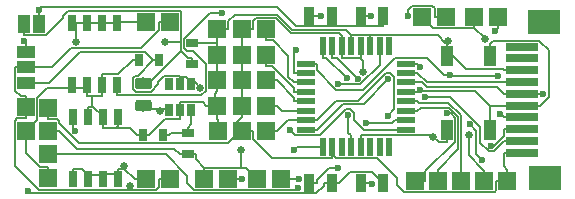
<source format=gbr>
%TF.GenerationSoftware,KiCad,Pcbnew,5.0.0*%
%TF.CreationDate,2018-09-25T19:59:15+02:00*%
%TF.ProjectId,mps_V05,6D70735F5630352E6B696361645F7063,rev?*%
%TF.SameCoordinates,Original*%
%TF.FileFunction,Copper,L1,Top,Signal*%
%TF.FilePolarity,Positive*%
%FSLAX46Y46*%
G04 Gerber Fmt 4.6, Leading zero omitted, Abs format (unit mm)*
G04 Created by KiCad (PCBNEW 5.0.0) date Tue Sep 25 19:59:15 2018*
%MOMM*%
%LPD*%
G01*
G04 APERTURE LIST*
%ADD10R,1.500000X1.000000*%
%ADD11R,2.700000X0.700000*%
%ADD12R,2.800000X2.100000*%
%ADD13R,1.000000X0.670000*%
%ADD14R,0.670000X1.000000*%
%ADD15R,0.970000X1.500000*%
%ADD16R,1.000000X1.500000*%
%ADD17R,0.800000X1.450000*%
%ADD18R,1.100000X1.800000*%
%ADD19R,0.550000X1.600000*%
%ADD20R,1.600000X0.550000*%
%ADD21R,1.524000X1.524000*%
%ADD22C,0.100000*%
%ADD23C,0.975000*%
%ADD24R,0.650000X1.060000*%
%ADD25C,0.650000*%
%ADD26C,0.600000*%
%ADD27C,0.150000*%
%ADD28C,0.170000*%
%ADD29C,0.130000*%
G04 APERTURE END LIST*
D10*
X124511000Y-131805000D03*
X124511000Y-130505000D03*
X124511000Y-129205000D03*
D11*
X166472000Y-137738000D03*
X166472000Y-136738000D03*
X166472000Y-135738000D03*
X166472000Y-134738000D03*
X166472000Y-133738000D03*
X166472000Y-132738000D03*
X166472000Y-131738000D03*
X166472000Y-130738000D03*
X166472000Y-129738000D03*
X166472000Y-128738000D03*
D12*
X168372000Y-139838000D03*
X168362000Y-126648000D03*
D13*
X138532000Y-128462000D03*
X138532000Y-130212000D03*
D14*
X135749000Y-129896000D03*
X133999000Y-129896000D03*
D15*
X152791000Y-126111000D03*
X154701000Y-126111000D03*
X152791000Y-140259000D03*
X154701000Y-140259000D03*
X148448000Y-140259000D03*
X150358000Y-140259000D03*
X148448000Y-126111000D03*
X150358000Y-126111000D03*
D16*
X124293000Y-126797000D03*
X125593000Y-126797000D03*
D13*
X138176000Y-136093000D03*
X138176000Y-137843000D03*
D14*
X134355000Y-136195000D03*
X136105000Y-136195000D03*
D17*
X128422000Y-139972000D03*
X129692000Y-139972000D03*
X130962000Y-139972000D03*
X132232000Y-139972000D03*
X128422000Y-134722000D03*
X129692000Y-134722000D03*
X130962000Y-134722000D03*
X132232000Y-134722000D03*
X132207000Y-126737000D03*
X130937000Y-126737000D03*
X129667000Y-126737000D03*
X128397000Y-126737000D03*
X132207000Y-131987000D03*
X130937000Y-131987000D03*
X129667000Y-131987000D03*
X128397000Y-131987000D03*
D18*
X163775000Y-129564000D03*
X163775000Y-135764000D03*
X160075000Y-129564000D03*
X160075000Y-135764000D03*
D19*
X155200000Y-128719000D03*
X154400000Y-128719000D03*
X153600000Y-128719000D03*
X152800000Y-128719000D03*
X152000000Y-128719000D03*
X151200000Y-128719000D03*
X150400000Y-128719000D03*
X149600000Y-128719000D03*
D20*
X148150000Y-130169000D03*
X148150000Y-130969000D03*
X148150000Y-131769000D03*
X148150000Y-132569000D03*
X148150000Y-133369000D03*
X148150000Y-134169000D03*
X148150000Y-134969000D03*
X148150000Y-135769000D03*
D19*
X149600000Y-137219000D03*
X150400000Y-137219000D03*
X151200000Y-137219000D03*
X152000000Y-137219000D03*
X152800000Y-137219000D03*
X153600000Y-137219000D03*
X154400000Y-137219000D03*
X155200000Y-137219000D03*
D20*
X156650000Y-135769000D03*
X156650000Y-134969000D03*
X156650000Y-134169000D03*
X156650000Y-133369000D03*
X156650000Y-132569000D03*
X156650000Y-131769000D03*
X156650000Y-130969000D03*
X156650000Y-130169000D03*
D21*
X124460000Y-133858000D03*
X124460000Y-135890000D03*
X160020000Y-126205000D03*
X157988000Y-126205000D03*
X144018000Y-139954000D03*
X146050000Y-139954000D03*
X157365000Y-140081000D03*
X159315000Y-140081000D03*
X161290000Y-140081000D03*
X165215000Y-140081000D03*
X163265000Y-140081000D03*
X141605000Y-139954000D03*
X139573000Y-139954000D03*
X162433000Y-126205000D03*
X164465000Y-126205000D03*
X144773000Y-127254000D03*
X140673000Y-127254000D03*
X142748000Y-127254000D03*
X144780000Y-129413000D03*
X140680000Y-129413000D03*
X142755000Y-129413000D03*
X142748000Y-131572000D03*
X140673000Y-131572000D03*
X144773000Y-131572000D03*
X144773000Y-133731000D03*
X140673000Y-133731000D03*
X142748000Y-133731000D03*
X142791000Y-135890000D03*
X140716000Y-135890000D03*
X144816000Y-135890000D03*
X126365000Y-139865000D03*
X126365000Y-137865000D03*
X126365000Y-133915000D03*
X126365000Y-135890000D03*
X134620000Y-139954000D03*
X136652000Y-139954000D03*
X134620000Y-126619000D03*
X136652000Y-126619000D03*
D22*
G36*
X134897142Y-131367174D02*
X134920803Y-131370684D01*
X134944007Y-131376496D01*
X134966529Y-131384554D01*
X134988153Y-131394782D01*
X135008670Y-131407079D01*
X135027883Y-131421329D01*
X135045607Y-131437393D01*
X135061671Y-131455117D01*
X135075921Y-131474330D01*
X135088218Y-131494847D01*
X135098446Y-131516471D01*
X135106504Y-131538993D01*
X135112316Y-131562197D01*
X135115826Y-131585858D01*
X135117000Y-131609750D01*
X135117000Y-132097250D01*
X135115826Y-132121142D01*
X135112316Y-132144803D01*
X135106504Y-132168007D01*
X135098446Y-132190529D01*
X135088218Y-132212153D01*
X135075921Y-132232670D01*
X135061671Y-132251883D01*
X135045607Y-132269607D01*
X135027883Y-132285671D01*
X135008670Y-132299921D01*
X134988153Y-132312218D01*
X134966529Y-132322446D01*
X134944007Y-132330504D01*
X134920803Y-132336316D01*
X134897142Y-132339826D01*
X134873250Y-132341000D01*
X133960750Y-132341000D01*
X133936858Y-132339826D01*
X133913197Y-132336316D01*
X133889993Y-132330504D01*
X133867471Y-132322446D01*
X133845847Y-132312218D01*
X133825330Y-132299921D01*
X133806117Y-132285671D01*
X133788393Y-132269607D01*
X133772329Y-132251883D01*
X133758079Y-132232670D01*
X133745782Y-132212153D01*
X133735554Y-132190529D01*
X133727496Y-132168007D01*
X133721684Y-132144803D01*
X133718174Y-132121142D01*
X133717000Y-132097250D01*
X133717000Y-131609750D01*
X133718174Y-131585858D01*
X133721684Y-131562197D01*
X133727496Y-131538993D01*
X133735554Y-131516471D01*
X133745782Y-131494847D01*
X133758079Y-131474330D01*
X133772329Y-131455117D01*
X133788393Y-131437393D01*
X133806117Y-131421329D01*
X133825330Y-131407079D01*
X133845847Y-131394782D01*
X133867471Y-131384554D01*
X133889993Y-131376496D01*
X133913197Y-131370684D01*
X133936858Y-131367174D01*
X133960750Y-131366000D01*
X134873250Y-131366000D01*
X134897142Y-131367174D01*
X134897142Y-131367174D01*
G37*
D23*
X134417000Y-131853500D03*
D22*
G36*
X134897142Y-133242174D02*
X134920803Y-133245684D01*
X134944007Y-133251496D01*
X134966529Y-133259554D01*
X134988153Y-133269782D01*
X135008670Y-133282079D01*
X135027883Y-133296329D01*
X135045607Y-133312393D01*
X135061671Y-133330117D01*
X135075921Y-133349330D01*
X135088218Y-133369847D01*
X135098446Y-133391471D01*
X135106504Y-133413993D01*
X135112316Y-133437197D01*
X135115826Y-133460858D01*
X135117000Y-133484750D01*
X135117000Y-133972250D01*
X135115826Y-133996142D01*
X135112316Y-134019803D01*
X135106504Y-134043007D01*
X135098446Y-134065529D01*
X135088218Y-134087153D01*
X135075921Y-134107670D01*
X135061671Y-134126883D01*
X135045607Y-134144607D01*
X135027883Y-134160671D01*
X135008670Y-134174921D01*
X134988153Y-134187218D01*
X134966529Y-134197446D01*
X134944007Y-134205504D01*
X134920803Y-134211316D01*
X134897142Y-134214826D01*
X134873250Y-134216000D01*
X133960750Y-134216000D01*
X133936858Y-134214826D01*
X133913197Y-134211316D01*
X133889993Y-134205504D01*
X133867471Y-134197446D01*
X133845847Y-134187218D01*
X133825330Y-134174921D01*
X133806117Y-134160671D01*
X133788393Y-134144607D01*
X133772329Y-134126883D01*
X133758079Y-134107670D01*
X133745782Y-134087153D01*
X133735554Y-134065529D01*
X133727496Y-134043007D01*
X133721684Y-134019803D01*
X133718174Y-133996142D01*
X133717000Y-133972250D01*
X133717000Y-133484750D01*
X133718174Y-133460858D01*
X133721684Y-133437197D01*
X133727496Y-133413993D01*
X133735554Y-133391471D01*
X133745782Y-133369847D01*
X133758079Y-133349330D01*
X133772329Y-133330117D01*
X133788393Y-133312393D01*
X133806117Y-133296329D01*
X133825330Y-133282079D01*
X133845847Y-133269782D01*
X133867471Y-133259554D01*
X133889993Y-133251496D01*
X133913197Y-133245684D01*
X133936858Y-133242174D01*
X133960750Y-133241000D01*
X134873250Y-133241000D01*
X134897142Y-133242174D01*
X134897142Y-133242174D01*
G37*
D23*
X134417000Y-133728500D03*
D24*
X136566000Y-134145000D03*
X137516000Y-134145000D03*
X138466000Y-134145000D03*
X138466000Y-131945000D03*
X136566000Y-131945000D03*
X137516000Y-131945000D03*
D25*
X160156800Y-128226000D03*
X158955500Y-136395000D03*
X161981400Y-136242400D03*
X139220900Y-132233300D03*
X153017000Y-130852000D03*
X136238900Y-128355000D03*
X142642700Y-137515700D03*
X163330400Y-128127800D03*
X132776000Y-138813100D03*
X128672700Y-128350000D03*
X135792600Y-134169900D03*
D26*
X153691800Y-126111000D03*
X153765700Y-140377500D03*
X150905000Y-138983400D03*
X158212300Y-133040400D03*
X155154300Y-131491200D03*
X163821500Y-137118400D03*
X147161200Y-137509800D03*
X164587600Y-134454400D03*
X155078600Y-134592000D03*
X157850400Y-132410100D03*
X168226300Y-132738000D03*
X147492900Y-140706700D03*
X156822200Y-126140900D03*
X147547500Y-139954000D03*
X157850500Y-130482000D03*
X160125200Y-134392000D03*
X142769200Y-139954000D03*
X164188600Y-127376800D03*
X163061600Y-138356900D03*
X162036600Y-135326400D03*
X141093100Y-125875700D03*
X147338600Y-129050900D03*
D25*
X133261800Y-140574200D03*
D26*
X124337400Y-128303100D03*
X151771200Y-134514700D03*
X152543000Y-131439300D03*
X151626700Y-131429000D03*
X124640100Y-140929100D03*
X125547400Y-125642300D03*
X149449800Y-126111000D03*
X150924200Y-131905700D03*
X146853600Y-135787700D03*
X128631400Y-135849900D03*
X164397200Y-131189800D03*
X160357500Y-131121200D03*
X153235600Y-135209000D03*
D27*
X140673000Y-128462000D02*
X140673000Y-128191300D01*
X140680000Y-129413000D02*
X140680000Y-128469000D01*
X140680000Y-128469000D02*
X140673000Y-128462000D01*
X140673000Y-128462000D02*
X139207300Y-128462000D01*
X138532000Y-128462000D02*
X139207300Y-128462000D01*
X140673000Y-127254000D02*
X140673000Y-128191300D01*
X140673000Y-130634700D02*
X140680000Y-130627700D01*
X140680000Y-130627700D02*
X140680000Y-129413000D01*
X152000000Y-127743700D02*
X153600000Y-127743700D01*
X152000000Y-127806300D02*
X152000000Y-127743700D01*
X152000000Y-128719000D02*
X152000000Y-127806300D01*
X152000000Y-127743700D02*
X151547700Y-127291400D01*
X151547700Y-127291400D02*
X146985900Y-127291400D01*
X146985900Y-127291400D02*
X145721600Y-126027100D01*
X145721600Y-126027100D02*
X142134200Y-126027100D01*
X142134200Y-126027100D02*
X141610300Y-126551000D01*
X141610300Y-126551000D02*
X141610300Y-127254000D01*
X140673000Y-127254000D02*
X141610300Y-127254000D01*
X140673000Y-131572000D02*
X140673000Y-132509300D01*
X140438700Y-133731000D02*
X140438700Y-132743600D01*
X140438700Y-132743600D02*
X140673000Y-132509300D01*
X140438700Y-133731000D02*
X139735700Y-133731000D01*
X140673000Y-133731000D02*
X140438700Y-133731000D01*
X140673000Y-131572000D02*
X140673000Y-130634700D01*
X140716000Y-134952700D02*
X140673000Y-134909700D01*
X140673000Y-134909700D02*
X140673000Y-133731000D01*
X128397000Y-132212000D02*
X126283900Y-132212000D01*
X126283900Y-132212000D02*
X125427600Y-133068300D01*
X125427600Y-133068300D02*
X125427600Y-134922400D01*
X125427600Y-134922400D02*
X124460000Y-135890000D01*
X129667000Y-132212000D02*
X128397000Y-132212000D01*
X166472000Y-130738000D02*
X164946700Y-130738000D01*
X160075000Y-129026300D02*
X161707600Y-130658900D01*
X161707600Y-130658900D02*
X164867600Y-130658900D01*
X164867600Y-130658900D02*
X164946700Y-130738000D01*
X160075000Y-129026300D02*
X160075000Y-128488700D01*
X160075000Y-129564000D02*
X160075000Y-129026300D01*
X159984600Y-128398200D02*
X159330000Y-127743700D01*
X159330000Y-127743700D02*
X153600000Y-127743700D01*
X160075000Y-128488700D02*
X159984600Y-128398200D01*
X160156800Y-128226000D02*
X159984600Y-128398200D01*
X130962000Y-134722000D02*
X130962000Y-135622300D01*
X132232000Y-135447700D02*
X132057400Y-135622300D01*
X132057400Y-135622300D02*
X130962000Y-135622300D01*
X132232000Y-135447700D02*
X132232000Y-135622300D01*
X132232000Y-134722000D02*
X132232000Y-135447700D01*
X133488700Y-129896000D02*
X132298000Y-131086700D01*
X132298000Y-131086700D02*
X130937000Y-131086700D01*
X161981400Y-136242400D02*
X161981400Y-137948800D01*
X161981400Y-137948800D02*
X163176300Y-139143700D01*
X163176300Y-139143700D02*
X163265000Y-139143700D01*
X153600000Y-128719000D02*
X153600000Y-127743700D01*
X129667000Y-132212000D02*
X129667000Y-132887300D01*
X129667000Y-131987000D02*
X129667000Y-132212000D01*
X130937000Y-131987000D02*
X130937000Y-132887300D01*
X130064400Y-132887300D02*
X129667000Y-132887300D01*
X130064400Y-132887300D02*
X130064400Y-133821700D01*
X130937000Y-132887300D02*
X130064400Y-132887300D01*
X130937000Y-131958500D02*
X130937000Y-131987000D01*
X130937000Y-131958500D02*
X130937000Y-131086700D01*
X133999000Y-129896000D02*
X133488700Y-129896000D01*
X152800000Y-137219000D02*
X152800000Y-136243700D01*
X152800000Y-136243700D02*
X158804200Y-136243700D01*
X158804200Y-136243700D02*
X158955500Y-136395000D01*
X160075000Y-135764000D02*
X160075000Y-136839300D01*
X158955500Y-136395000D02*
X159399800Y-136839300D01*
X159399800Y-136839300D02*
X160075000Y-136839300D01*
X137516000Y-134145000D02*
X137516000Y-133439700D01*
X137516000Y-133439700D02*
X139444400Y-133439700D01*
X139444400Y-133439700D02*
X139735700Y-133731000D01*
X137516000Y-134497600D02*
X137516000Y-134145000D01*
X137516000Y-134497600D02*
X137516000Y-134850300D01*
X132232000Y-135622300D02*
X133272000Y-135622300D01*
X133272000Y-135622300D02*
X133844700Y-136195000D01*
X134355000Y-136195000D02*
X133844700Y-136195000D01*
X134355000Y-136195000D02*
X134865300Y-136195000D01*
X137516000Y-134850300D02*
X136210000Y-134850300D01*
X136210000Y-134850300D02*
X134865300Y-136195000D01*
X130064400Y-133821700D02*
X129692000Y-133821700D01*
X130962000Y-134711600D02*
X130962000Y-134600200D01*
X130962000Y-134600200D02*
X130183500Y-133821700D01*
X130183500Y-133821700D02*
X130064400Y-133821700D01*
X129692000Y-134722000D02*
X129692000Y-133821700D01*
X130962000Y-134722000D02*
X130962000Y-134711600D01*
X128397000Y-131987000D02*
X128397000Y-132212000D01*
X163265000Y-140081000D02*
X163265000Y-139143700D01*
X140716000Y-135890000D02*
X140716000Y-134952700D01*
X124460000Y-135890000D02*
X124460000Y-136827300D01*
X126365000Y-138927700D02*
X125647400Y-138927700D01*
X125647400Y-138927700D02*
X124460000Y-137740300D01*
X124460000Y-137740300D02*
X124460000Y-136827300D01*
X126365000Y-139865000D02*
X126365000Y-138927700D01*
X137516000Y-131338700D02*
X137416800Y-131239500D01*
X137416800Y-131239500D02*
X136139100Y-131239500D01*
X136139100Y-131239500D02*
X135679500Y-131699100D01*
X135679500Y-131699100D02*
X135679500Y-131903800D01*
X135679500Y-131903800D02*
X135012500Y-132570800D01*
X135012500Y-132570800D02*
X133812900Y-132570800D01*
X133812900Y-132570800D02*
X133533800Y-132291700D01*
X133533800Y-132291700D02*
X133533800Y-131370100D01*
X133533800Y-131370100D02*
X133714200Y-131189700D01*
X133714200Y-131189700D02*
X133945000Y-131189700D01*
X133945000Y-131189700D02*
X135238700Y-129896000D01*
X137516000Y-131338700D02*
X138036100Y-131338700D01*
X138036100Y-131338700D02*
X138466000Y-131768600D01*
X137516000Y-131945000D02*
X137516000Y-131338700D01*
X135749000Y-129896000D02*
X135238700Y-129896000D01*
X124511000Y-131805000D02*
X126430800Y-131805000D01*
X126430800Y-131805000D02*
X129021000Y-129214800D01*
X129021000Y-129214800D02*
X134557500Y-129214800D01*
X134557500Y-129214800D02*
X135238700Y-129896000D01*
X138466000Y-131768600D02*
X138756200Y-131768600D01*
X138756200Y-131768600D02*
X139220900Y-132233300D01*
X138466000Y-131945000D02*
X138466000Y-131768600D01*
X151200000Y-127806200D02*
X150979800Y-127586000D01*
X150979800Y-127586000D02*
X146888100Y-127586000D01*
X146888100Y-127586000D02*
X145618700Y-126316600D01*
X145618700Y-126316600D02*
X143919700Y-126316600D01*
X143919700Y-126316600D02*
X143685300Y-126551000D01*
X143685300Y-126551000D02*
X143685300Y-127254000D01*
X151200000Y-128719000D02*
X151200000Y-129694300D01*
X152737500Y-129694400D02*
X151200100Y-129694400D01*
X151200100Y-129694400D02*
X151200000Y-129694300D01*
X152800000Y-129600400D02*
X152800000Y-129631900D01*
X152800000Y-129631900D02*
X152737500Y-129694400D01*
X152737500Y-129694400D02*
X153017000Y-129973900D01*
X153017000Y-129973900D02*
X153017000Y-130852000D01*
X151200000Y-127893200D02*
X151200000Y-127806200D01*
X151200000Y-128719000D02*
X151200000Y-128231300D01*
X151200000Y-128231300D02*
X151200000Y-127893200D01*
X142748000Y-131572000D02*
X142748000Y-130634700D01*
X142748000Y-130634700D02*
X142755000Y-130627700D01*
X142755000Y-130627700D02*
X142755000Y-129413000D01*
X142748000Y-133731000D02*
X142748000Y-131572000D01*
X142748000Y-127254000D02*
X143685300Y-127254000D01*
X142755000Y-128475700D02*
X142748000Y-128468700D01*
X142748000Y-128468700D02*
X142748000Y-127254000D01*
X126365000Y-133915000D02*
X126365000Y-134852300D01*
X126365000Y-134852300D02*
X127118800Y-134852300D01*
X127118800Y-134852300D02*
X127302300Y-135035800D01*
X127302300Y-135035800D02*
X127302300Y-135219500D01*
X127302300Y-135219500D02*
X128967700Y-136884900D01*
X128967700Y-136884900D02*
X141595900Y-136884900D01*
X141595900Y-136884900D02*
X142322400Y-136158400D01*
X142322400Y-136158400D02*
X142322400Y-135890000D01*
X142748000Y-133731000D02*
X142748000Y-134668300D01*
X142322400Y-135890000D02*
X142322400Y-135093900D01*
X142322400Y-135093900D02*
X142748000Y-134668300D01*
X142791000Y-135890000D02*
X142322400Y-135890000D01*
X165215000Y-140081000D02*
X164277700Y-140081000D01*
X150400000Y-137894200D02*
X150700200Y-138194400D01*
X150700200Y-138194400D02*
X154193300Y-138194400D01*
X154193300Y-138194400D02*
X155894500Y-139895600D01*
X155894500Y-139895600D02*
X155894500Y-140457100D01*
X155894500Y-140457100D02*
X156455700Y-141018300D01*
X156455700Y-141018300D02*
X164160600Y-141018300D01*
X164160600Y-141018300D02*
X164277700Y-140901200D01*
X164277700Y-140901200D02*
X164277700Y-140081000D01*
X150400000Y-137894200D02*
X150400000Y-138194300D01*
X150400000Y-137219000D02*
X150400000Y-137894200D01*
X165215000Y-140081000D02*
X165215000Y-139143700D01*
X166472000Y-137738000D02*
X164946700Y-137738000D01*
X165215000Y-139143700D02*
X164946700Y-138875400D01*
X164946700Y-138875400D02*
X164946700Y-137738000D01*
X142791000Y-135890000D02*
X143728300Y-135890000D01*
X143728300Y-135890000D02*
X143728300Y-136593000D01*
X143728300Y-136593000D02*
X145329600Y-138194300D01*
X145329600Y-138194300D02*
X150400000Y-138194300D01*
X152800000Y-128719000D02*
X152800000Y-129600400D01*
X142755000Y-129413000D02*
X142755000Y-128475700D01*
X137589400Y-128355000D02*
X136238900Y-128355000D01*
X137589400Y-128355000D02*
X137589400Y-129071600D01*
X137589400Y-129071600D02*
X137627000Y-129109200D01*
X124293000Y-127722300D02*
X126186900Y-127722300D01*
X126186900Y-127722300D02*
X127565500Y-126343700D01*
X127565500Y-126343700D02*
X127565500Y-126178100D01*
X127565500Y-126178100D02*
X128062000Y-125681600D01*
X128062000Y-125681600D02*
X137545600Y-125681600D01*
X137545600Y-125681600D02*
X137589400Y-125725400D01*
X137589400Y-125725400D02*
X137589400Y-128355000D01*
X134417000Y-131853500D02*
X134882700Y-131853500D01*
X134882700Y-131853500D02*
X137627000Y-129109200D01*
X137627000Y-129109200D02*
X138219500Y-129701700D01*
X138219500Y-129701700D02*
X138532000Y-129701700D01*
X127302300Y-135890000D02*
X128785000Y-137372700D01*
X128785000Y-137372700D02*
X137030400Y-137372700D01*
X137030400Y-137372700D02*
X137500700Y-137843000D01*
X163330400Y-128127800D02*
X163330400Y-128039700D01*
X163330400Y-128039700D02*
X162433000Y-127142300D01*
X142642700Y-139016700D02*
X139573000Y-139016700D01*
X144018000Y-139954000D02*
X143080700Y-139016700D01*
X143080700Y-139016700D02*
X142642700Y-139016700D01*
X142642700Y-139016700D02*
X142642700Y-137515700D01*
X162433000Y-127079700D02*
X162370300Y-127142400D01*
X162370300Y-127142400D02*
X158925400Y-127142400D01*
X158925400Y-127142400D02*
X157988000Y-126205000D01*
X162433000Y-127079700D02*
X162433000Y-127142300D01*
X162433000Y-126205000D02*
X162433000Y-127079700D01*
X138176000Y-137843000D02*
X138851300Y-137843000D01*
X138851300Y-137843000D02*
X138851300Y-138295000D01*
X138851300Y-138295000D02*
X139573000Y-139016700D01*
X137838400Y-137843000D02*
X138176000Y-137843000D01*
X137838400Y-137843000D02*
X137500700Y-137843000D01*
X126365000Y-135890000D02*
X127302300Y-135890000D01*
X124293000Y-126797000D02*
X124293000Y-127722300D01*
X138532000Y-130212000D02*
X138532000Y-129701700D01*
X139573000Y-139954000D02*
X139573000Y-139016700D01*
D28*
X132776000Y-139061700D02*
X132232000Y-139061700D01*
X133672700Y-139954000D02*
X132780400Y-139061700D01*
X132780400Y-139061700D02*
X132776000Y-139061700D01*
X132776000Y-139061700D02*
X132776000Y-138813100D01*
X132232000Y-139516800D02*
X132232000Y-139061700D01*
X134620000Y-139954000D02*
X133672700Y-139954000D01*
X128422000Y-139972000D02*
X128422000Y-139061700D01*
X132232000Y-139516800D02*
X131027500Y-139516800D01*
X131027500Y-139516800D02*
X130962000Y-139582300D01*
X132232000Y-139972000D02*
X132232000Y-139516800D01*
X130962000Y-139972000D02*
X130962000Y-139582300D01*
X130962000Y-139582300D02*
X129692000Y-139582300D01*
X129692000Y-139582300D02*
X129171400Y-139061700D01*
X129171400Y-139061700D02*
X128422000Y-139061700D01*
X129692000Y-139972000D02*
X129692000Y-139582300D01*
X132207000Y-126737000D02*
X130937000Y-126737000D01*
X134620000Y-126619000D02*
X132325000Y-126619000D01*
X132325000Y-126619000D02*
X132207000Y-126737000D01*
X128672700Y-126737000D02*
X128397000Y-126737000D01*
X129667000Y-126737000D02*
X128672700Y-126737000D01*
X128672700Y-126737000D02*
X128672700Y-128350000D01*
X130937000Y-126737000D02*
X129667000Y-126737000D01*
D27*
X135792600Y-134056800D02*
X134745300Y-134056800D01*
X134745300Y-134056800D02*
X134417000Y-133728500D01*
X136566000Y-134056800D02*
X135792600Y-134056800D01*
X135792600Y-134056800D02*
X135792600Y-134169900D01*
X136566000Y-134145000D02*
X136566000Y-134056800D01*
D29*
X153441300Y-126111000D02*
X153691800Y-126111000D01*
X152791000Y-126111000D02*
X153441300Y-126111000D01*
X152791000Y-140259000D02*
X153441300Y-140259000D01*
X153441300Y-140259000D02*
X153559800Y-140377500D01*
X153559800Y-140377500D02*
X153765700Y-140377500D01*
X149098300Y-140259000D02*
X149098300Y-140015100D01*
X149098300Y-140015100D02*
X150130000Y-138983400D01*
X150130000Y-138983400D02*
X150905000Y-138983400D01*
X148448000Y-140259000D02*
X149098300Y-140259000D01*
X158212300Y-133040400D02*
X160408600Y-133040400D01*
X160408600Y-133040400D02*
X162907500Y-135539300D01*
X162907500Y-135539300D02*
X162907500Y-136862300D01*
X162907500Y-136862300D02*
X163628900Y-137583700D01*
X163628900Y-137583700D02*
X164111000Y-137583700D01*
X164111000Y-137583700D02*
X164956700Y-136738000D01*
X155154300Y-131491200D02*
X153088200Y-133557300D01*
X153088200Y-133557300D02*
X151327000Y-133557300D01*
X151327000Y-133557300D02*
X149115300Y-135769000D01*
X166472000Y-136738000D02*
X164956700Y-136738000D01*
X148150000Y-135769000D02*
X149115300Y-135769000D01*
X149600000Y-137219000D02*
X147452000Y-137219000D01*
X147452000Y-137219000D02*
X147161200Y-137509800D01*
X166472000Y-135738000D02*
X164956700Y-135738000D01*
X163821500Y-137118400D02*
X164114600Y-137118400D01*
X164114600Y-137118400D02*
X164956700Y-136276300D01*
X164956700Y-136276300D02*
X164956700Y-135738000D01*
X155078600Y-134592000D02*
X155626300Y-134044300D01*
X155626300Y-134044300D02*
X155626300Y-131304700D01*
X155626300Y-131304700D02*
X155315800Y-130994200D01*
X155315800Y-130994200D02*
X154951100Y-130994200D01*
X154951100Y-130994200D02*
X152618300Y-133327000D01*
X152618300Y-133327000D02*
X150757300Y-133327000D01*
X150757300Y-133327000D02*
X149115300Y-134969000D01*
X148150000Y-134969000D02*
X146664300Y-134969000D01*
X146664300Y-134969000D02*
X145743300Y-135890000D01*
X148150000Y-134969000D02*
X149115300Y-134969000D01*
X166472000Y-134738000D02*
X164956700Y-134738000D01*
X164587600Y-134454400D02*
X164673100Y-134454400D01*
X164673100Y-134454400D02*
X164956700Y-134738000D01*
X144816000Y-135890000D02*
X145743300Y-135890000D01*
X163775000Y-133738000D02*
X163775000Y-134698700D01*
X157850400Y-132472900D02*
X162509900Y-132472900D01*
X162509900Y-132472900D02*
X163775000Y-133738000D01*
X163775000Y-133738000D02*
X164956700Y-133738000D01*
X166472000Y-133738000D02*
X164956700Y-133738000D01*
X163775000Y-135764000D02*
X163775000Y-134698700D01*
X157850400Y-132472900D02*
X157850400Y-132410100D01*
X156650000Y-132569000D02*
X157754300Y-132569000D01*
X157754300Y-132569000D02*
X157850400Y-132472900D01*
X163775000Y-128498700D02*
X164051100Y-128222600D01*
X164051100Y-128222600D02*
X167902900Y-128222600D01*
X167902900Y-128222600D02*
X168744100Y-129063800D01*
X168744100Y-129063800D02*
X168744100Y-132981200D01*
X168744100Y-132981200D02*
X167987300Y-133738000D01*
X166472000Y-133738000D02*
X167987300Y-133738000D01*
X163775000Y-129564000D02*
X163775000Y-128498700D01*
X164956700Y-132738000D02*
X164379400Y-132160700D01*
X164379400Y-132160700D02*
X158394800Y-132160700D01*
X158394800Y-132160700D02*
X158003100Y-131769000D01*
X158003100Y-131769000D02*
X157615300Y-131769000D01*
X126365000Y-137865000D02*
X136320800Y-137865000D01*
X136320800Y-137865000D02*
X138112500Y-139656700D01*
X138112500Y-139656700D02*
X138112500Y-140269100D01*
X138112500Y-140269100D02*
X138724800Y-140881400D01*
X138724800Y-140881400D02*
X147318200Y-140881400D01*
X147318200Y-140881400D02*
X147492900Y-140706700D01*
X167987300Y-132738000D02*
X168226300Y-132738000D01*
X166472000Y-132738000D02*
X167987300Y-132738000D01*
X166472000Y-132738000D02*
X164956700Y-132738000D01*
X156650000Y-131769000D02*
X157615300Y-131769000D01*
X157615300Y-130969000D02*
X158384300Y-131738000D01*
X158384300Y-131738000D02*
X164956700Y-131738000D01*
X166472000Y-131738000D02*
X164956700Y-131738000D01*
X156650000Y-130969000D02*
X157615300Y-130969000D01*
X160020000Y-126205000D02*
X159092700Y-126205000D01*
X159092700Y-126205000D02*
X159092700Y-125509500D01*
X159092700Y-125509500D02*
X158860800Y-125277600D01*
X158860800Y-125277600D02*
X157157600Y-125277600D01*
X157157600Y-125277600D02*
X156822200Y-125613000D01*
X156822200Y-125613000D02*
X156822200Y-126140900D01*
X146050000Y-139954000D02*
X147547500Y-139954000D01*
X158292300Y-140081000D02*
X158292300Y-139287100D01*
X158292300Y-139287100D02*
X160806800Y-136772600D01*
X160806800Y-136772600D02*
X160806800Y-134786300D01*
X160806800Y-134786300D02*
X160412500Y-134392000D01*
X160412500Y-134392000D02*
X160125200Y-134392000D01*
X157615300Y-130169000D02*
X157615300Y-130246800D01*
X157615300Y-130246800D02*
X157850500Y-130482000D01*
X157365000Y-140081000D02*
X158292300Y-140081000D01*
X156650000Y-130169000D02*
X157615300Y-130169000D01*
X157615300Y-134169000D02*
X157885000Y-133899300D01*
X157885000Y-133899300D02*
X160290700Y-133899300D01*
X160290700Y-133899300D02*
X161059600Y-134668200D01*
X161059600Y-134668200D02*
X161059600Y-137409100D01*
X161059600Y-137409100D02*
X159315000Y-139153700D01*
X156650000Y-134169000D02*
X157615300Y-134169000D01*
X159315000Y-140081000D02*
X159315000Y-139153700D01*
X157615300Y-133369000D02*
X157752000Y-133505700D01*
X157752000Y-133505700D02*
X160232200Y-133505700D01*
X160232200Y-133505700D02*
X161290000Y-134563500D01*
X161290000Y-134563500D02*
X161290000Y-139153700D01*
X156650000Y-133369000D02*
X157615300Y-133369000D01*
X161290000Y-140081000D02*
X161290000Y-139153700D01*
X142532300Y-139954000D02*
X142769200Y-139954000D01*
X141605000Y-139954000D02*
X142532300Y-139954000D01*
X164465000Y-126205000D02*
X164465000Y-127132300D01*
X164465000Y-127132300D02*
X164433100Y-127132300D01*
X164433100Y-127132300D02*
X164188600Y-127376800D01*
X148150000Y-131769000D02*
X147184700Y-131769000D01*
X144773000Y-127254000D02*
X144773000Y-128181300D01*
X144773000Y-128181300D02*
X145352600Y-128181300D01*
X145352600Y-128181300D02*
X146686800Y-129515500D01*
X146686800Y-129515500D02*
X146686800Y-131271100D01*
X146686800Y-131271100D02*
X147184700Y-131769000D01*
X148150000Y-132569000D02*
X147184700Y-132569000D01*
X144780000Y-129413000D02*
X144780000Y-130340300D01*
X144780000Y-130340300D02*
X145317100Y-130340300D01*
X145317100Y-130340300D02*
X147184700Y-132207900D01*
X147184700Y-132207900D02*
X147184700Y-132569000D01*
X148150000Y-133369000D02*
X147184700Y-133369000D01*
X144773000Y-131572000D02*
X145700300Y-131572000D01*
X145700300Y-131572000D02*
X147184700Y-133056400D01*
X147184700Y-133056400D02*
X147184700Y-133369000D01*
X144773000Y-133731000D02*
X145700300Y-133731000D01*
X145700300Y-133731000D02*
X146138300Y-134169000D01*
X146138300Y-134169000D02*
X148150000Y-134169000D01*
X162036600Y-135326400D02*
X162552700Y-135842500D01*
X162552700Y-135842500D02*
X162552700Y-137848000D01*
X162552700Y-137848000D02*
X163061600Y-138356900D01*
X132207000Y-131987000D02*
X132207000Y-132877300D01*
X141093100Y-125875700D02*
X140026600Y-125875700D01*
X140026600Y-125875700D02*
X137829800Y-128072500D01*
X137829800Y-128072500D02*
X137829800Y-128865500D01*
X137829800Y-128865500D02*
X138094600Y-129130300D01*
X138094600Y-129130300D02*
X138646100Y-129130300D01*
X138646100Y-129130300D02*
X139728500Y-130212700D01*
X139728500Y-130212700D02*
X139728500Y-132468600D01*
X139728500Y-132468600D02*
X139319800Y-132877300D01*
X139319800Y-132877300D02*
X132207000Y-132877300D01*
X147338600Y-129050900D02*
X147184700Y-129204800D01*
X147184700Y-129204800D02*
X147184700Y-130969000D01*
X148150000Y-130969000D02*
X147184700Y-130969000D01*
D28*
X136652000Y-126619000D02*
X135704700Y-126619000D01*
X135704700Y-126619000D02*
X135704700Y-127329500D01*
X135704700Y-127329500D02*
X134173800Y-128860400D01*
X134173800Y-128860400D02*
X128291100Y-128860400D01*
X128291100Y-128860400D02*
X126646500Y-130505000D01*
X126646500Y-130505000D02*
X124511000Y-130505000D01*
X124460000Y-133858000D02*
X124460000Y-132910700D01*
X124511000Y-130505000D02*
X123575700Y-130505000D01*
X123575700Y-130505000D02*
X123575700Y-132468600D01*
X123575700Y-132468600D02*
X124017800Y-132910700D01*
X124017800Y-132910700D02*
X124460000Y-132910700D01*
X136652000Y-139954000D02*
X135704700Y-139954000D01*
X133261800Y-140901400D02*
X135467800Y-140901400D01*
X135467800Y-140901400D02*
X135704700Y-140664500D01*
X135704700Y-140664500D02*
X135704700Y-139954000D01*
X124460000Y-134805300D02*
X123749500Y-134805300D01*
X123749500Y-134805300D02*
X123512700Y-135042100D01*
X123512700Y-135042100D02*
X123512700Y-138836800D01*
X123512700Y-138836800D02*
X125577300Y-140901400D01*
X125577300Y-140901400D02*
X133261800Y-140901400D01*
X133261800Y-140901400D02*
X133261800Y-140574200D01*
X124460000Y-133858000D02*
X124460000Y-134805300D01*
D29*
X124337400Y-128303100D02*
X124511000Y-128476700D01*
X124511000Y-128476700D02*
X124511000Y-129205000D01*
X152000000Y-136253700D02*
X151771200Y-136024900D01*
X151771200Y-136024900D02*
X151771200Y-134514700D01*
X152000000Y-137219000D02*
X152000000Y-136253700D01*
X150400000Y-128719000D02*
X150400000Y-129684300D01*
X150400000Y-129684300D02*
X150788000Y-129684300D01*
X150788000Y-129684300D02*
X152543000Y-131439300D01*
X149600000Y-128719000D02*
X149600000Y-129684300D01*
X149600000Y-129684300D02*
X149882000Y-129684300D01*
X149882000Y-129684300D02*
X151626700Y-131429000D01*
X154701000Y-127026300D02*
X150358000Y-127026300D01*
X150358000Y-127026300D02*
X147349700Y-127026300D01*
X147349700Y-127026300D02*
X145733800Y-125410400D01*
X145733800Y-125410400D02*
X125779300Y-125410400D01*
X125779300Y-125410400D02*
X125547400Y-125642300D01*
X125547400Y-125642300D02*
X125547400Y-125836100D01*
X125547400Y-125836100D02*
X125593000Y-125881700D01*
X150358000Y-126111000D02*
X150358000Y-127026300D01*
X124640100Y-140929100D02*
X124885400Y-141174400D01*
X124885400Y-141174400D02*
X149036200Y-141174400D01*
X149036200Y-141174400D02*
X149707700Y-140502900D01*
X149707700Y-140502900D02*
X149707700Y-140259000D01*
X150358000Y-140259000D02*
X149707700Y-140259000D01*
X125593000Y-126797000D02*
X125593000Y-125881700D01*
X154701000Y-126111000D02*
X154701000Y-127026300D01*
X150358000Y-140259000D02*
X151008300Y-140259000D01*
X151008300Y-140259000D02*
X151923700Y-139343600D01*
X151923700Y-139343600D02*
X153785600Y-139343600D01*
X153785600Y-139343600D02*
X154701000Y-140259000D01*
X149098300Y-126111000D02*
X149449800Y-126111000D01*
X148448000Y-126111000D02*
X149098300Y-126111000D01*
X138176000Y-136093000D02*
X138176000Y-135592700D01*
X138466000Y-134145000D02*
X138466000Y-135302700D01*
X138466000Y-135302700D02*
X138176000Y-135592700D01*
X136105000Y-136195000D02*
X136605300Y-136195000D01*
X136605300Y-136195000D02*
X136707300Y-136093000D01*
X136707300Y-136093000D02*
X138176000Y-136093000D01*
X150924200Y-131905700D02*
X152749000Y-131905700D01*
X152749000Y-131905700D02*
X154400000Y-130254700D01*
X154400000Y-130254700D02*
X154400000Y-128719000D01*
X156650000Y-135769000D02*
X155684700Y-135769000D01*
X146853600Y-135787700D02*
X147275300Y-136209400D01*
X147275300Y-136209400D02*
X149319700Y-136209400D01*
X149319700Y-136209400D02*
X151542700Y-133986400D01*
X151542700Y-133986400D02*
X151940300Y-133986400D01*
X151940300Y-133986400D02*
X152271800Y-134317900D01*
X152271800Y-134317900D02*
X152271800Y-134914600D01*
X152271800Y-134914600D02*
X153126200Y-135769000D01*
X153126200Y-135769000D02*
X155684700Y-135769000D01*
X148150000Y-130169000D02*
X149115300Y-130169000D01*
X149115300Y-130169000D02*
X149115300Y-130757100D01*
X149115300Y-130757100D02*
X150738100Y-132379900D01*
X150738100Y-132379900D02*
X152989100Y-132379900D01*
X152989100Y-132379900D02*
X155680500Y-129688500D01*
X155680500Y-129688500D02*
X158448900Y-129688500D01*
X158448900Y-129688500D02*
X159881600Y-131121200D01*
X159881600Y-131121200D02*
X160357500Y-131121200D01*
X160357500Y-131121200D02*
X160426100Y-131189800D01*
X160426100Y-131189800D02*
X164397200Y-131189800D01*
X128631400Y-135849900D02*
X128631400Y-135821700D01*
X128631400Y-135821700D02*
X128422000Y-135612300D01*
X128422000Y-134722000D02*
X128422000Y-135612300D01*
X156650000Y-134969000D02*
X155684700Y-134969000D01*
X155684700Y-134969000D02*
X155444700Y-135209000D01*
X155444700Y-135209000D02*
X153235600Y-135209000D01*
M02*

</source>
